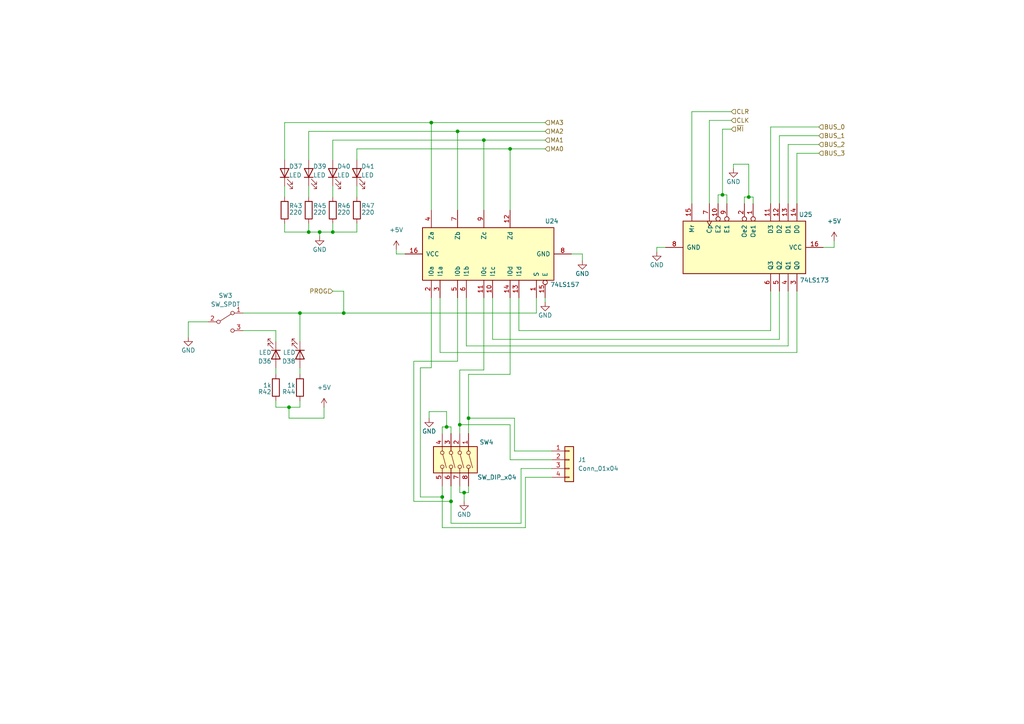
<source format=kicad_sch>
(kicad_sch (version 20230121) (generator eeschema)
  (paper "A4")
  (lib_symbols
    (symbol "74xx:74LS157" (pin_names (offset 1.016))
      (property "Reference" "U" (at -7.62 19.05 0))
      (property "Value" "74LS157" (at -7.62 -21.59 0))
      (symbol "74LS157_1_0"
        (pin input line (at -12.7 -15.24 0) (length 5.08) (name "S") (number "1"))
        (pin input line (at -12.7 -2.54 0) (length 5.08) (name "I1c") (number "10"))
        (pin input line (at -12.7 0 0) (length 5.08) (name "I0c") (number "11"))
        (pin output line (at 12.7 -7.62 180) (length 5.08) (name "Zd") (number "12"))
        (pin input line (at -12.7 -10.16 0) (length 5.08) (name "I1d") (number "13"))
        (pin input line (at -12.7 -7.62 0) (length 5.08) (name "I0d") (number "14"))
        (pin input inverted (at -12.7 -17.78 0) (length 5.08) (name "E") (number "15"))
        (pin power_in line (at 0 22.86 270) (length 5.08) (name "VCC") (number "16"))
        (pin input line (at -12.7 15.24 0) (length 5.08) (name "I0a") (number "2"))
        (pin input line (at -12.7 12.7 0) (length 5.08) (name "I1a") (number "3"))
        (pin output line (at 12.7 15.24 180) (length 5.08) (name "Za") (number "4"))
        (pin input line (at -12.7 7.62 0) (length 5.08) (name "I0b") (number "5"))
        (pin input line (at -12.7 5.08 0) (length 5.08) (name "I1b") (number "6"))
        (pin output line (at 12.7 7.62 180) (length 5.08) (name "Zb") (number "7"))
        (pin power_in line (at 0 -25.4 90) (length 5.08) (name "GND") (number "8"))
        (pin output line (at 12.7 0 180) (length 5.08) (name "Zc") (number "9"))
      )
      (symbol "74LS157_1_1"
        (rectangle (start -7.62 17.78) (end 7.62 -20.32) (stroke (width 0.254)) (fill (type background)))
      )
    )
    (symbol "74xx:74LS173" (pin_names (offset 1.016))
      (property "Reference" "U" (at -7.62 19.05 0))
      (property "Value" "74LS173" (at -7.62 -19.05 0))
      (symbol "74LS173_1_0"
        (pin input inverted (at -12.7 2.54 0) (length 5.08) (name "Oe1") (number "1"))
        (pin input inverted (at -12.7 -7.62 0) (length 5.08) (name "E2") (number "10"))
        (pin input line (at -12.7 7.62 0) (length 5.08) (name "D3") (number "11"))
        (pin input line (at -12.7 10.16 0) (length 5.08) (name "D2") (number "12"))
        (pin input line (at -12.7 12.7 0) (length 5.08) (name "D1") (number "13"))
        (pin input line (at -12.7 15.24 0) (length 5.08) (name "D0") (number "14"))
        (pin input line (at -12.7 -15.24 0) (length 5.08) (name "Mr") (number "15"))
        (pin power_in line (at 0 22.86 270) (length 5.08) (name "VCC") (number "16"))
        (pin input inverted (at -12.7 0 0) (length 5.08) (name "Oe2") (number "2"))
        (pin tri_state line (at 12.7 15.24 180) (length 5.08) (name "Q0") (number "3"))
        (pin tri_state line (at 12.7 12.7 180) (length 5.08) (name "Q1") (number "4"))
        (pin tri_state line (at 12.7 10.16 180) (length 5.08) (name "Q2") (number "5"))
        (pin tri_state line (at 12.7 7.62 180) (length 5.08) (name "Q3") (number "6"))
        (pin input clock (at -12.7 -10.16 0) (length 5.08) (name "Cp") (number "7"))
        (pin power_in line (at 0 -22.86 90) (length 5.08) (name "GND") (number "8"))
        (pin input inverted (at -12.7 -5.08 0) (length 5.08) (name "E1") (number "9"))
      )
      (symbol "74LS173_1_1"
        (rectangle (start -7.62 17.78) (end 7.62 -17.78) (stroke (width 0.254)) (fill (type background)))
      )
    )
    (symbol "Connector_Generic:Conn_01x04" (pin_names (offset 1.016) hide)
      (property "Reference" "J" (at 0 5.08 0))
      (property "Value" "Conn_01x04" (at 0 -7.62 0))
      (symbol "Conn_01x04_1_1"
        (rectangle (start -1.27 -4.953) (end 0 -5.207) (stroke (width 0.1524)))
        (rectangle (start -1.27 -2.413) (end 0 -2.667) (stroke (width 0.1524)))
        (rectangle (start -1.27 0.127) (end 0 -0.127) (stroke (width 0.1524)))
        (rectangle (start -1.27 2.667) (end 0 2.413) (stroke (width 0.1524)))
        (rectangle (start -1.27 3.81) (end 1.27 -6.35) (stroke (width 0.254)) (fill (type background)))
        (pin passive line (at -5.08 2.54 0) (length 3.81) (name "Pin_1") (number "1"))
        (pin passive line (at -5.08 0 0) (length 3.81) (name "Pin_2") (number "2"))
        (pin passive line (at -5.08 -2.54 0) (length 3.81) (name "Pin_3") (number "3"))
        (pin passive line (at -5.08 -5.08 0) (length 3.81) (name "Pin_4") (number "4"))
      )
    )
    (symbol "Device:LED" (pin_numbers hide) (pin_names (offset 1.016) hide)
      (property "Reference" "D" (at 0 2.54 0))
      (property "Value" "LED" (at 0 -2.54 0))
      (symbol "LED_0_1"
        (polyline (pts (xy -1.27 -1.27) (xy -1.27 1.27)) (stroke (width 0.254)))
        (polyline (pts (xy -1.27 0) (xy 1.27 0)))
        (polyline (pts (xy 1.27 -1.27) (xy 1.27 1.27) (xy -1.27 0) (xy 1.27 -1.27)) (stroke (width 0.254)))
        (polyline (pts (xy -3.048 -0.762) (xy -4.572 -2.286) (xy -3.81 -2.286) (xy -4.572 -2.286) (xy -4.572 -1.524)))
        (polyline (pts (xy -1.778 -0.762) (xy -3.302 -2.286) (xy -2.54 -2.286) (xy -3.302 -2.286) (xy -3.302 -1.524)))
      )
      (symbol "LED_1_1"
        (pin passive line (at -3.81 0 0) (length 2.54) (name "K") (number "1"))
        (pin passive line (at 3.81 0 180) (length 2.54) (name "A") (number "2"))
      )
    )
    (symbol "Device:R" (pin_numbers hide) (pin_names (offset 0))
      (property "Reference" "R" (at 2.032 0 90))
      (property "Value" "R" (at 0 0 90))
      (symbol "R_0_1"
        (rectangle (start -1.016 -2.54) (end 1.016 2.54) (stroke (width 0.254)))
      )
      (symbol "R_1_1"
        (pin passive line (at 0 3.81 270) (length 1.27) (name "~") (number "1"))
        (pin passive line (at 0 -3.81 90) (length 1.27) (name "~") (number "2"))
      )
    )
    (symbol "Switch:SW_DIP_x04" (pin_names (offset 0) hide)
      (property "Reference" "SW" (at 0 8.89 0))
      (property "Value" "SW_DIP_x04" (at 0 -6.35 0))
      (symbol "SW_DIP_x04_0_0"
        (circle (center -2.032 -2.54) (radius 0.508))
        (circle (center -2.032 0) (radius 0.508))
        (circle (center -2.032 2.54) (radius 0.508))
        (circle (center -2.032 5.08) (radius 0.508))
        (polyline (pts (xy -1.524 -2.3876) (xy 2.3622 -1.3462)))
        (polyline (pts (xy -1.524 0.127) (xy 2.3622 1.1684)))
        (polyline (pts (xy -1.524 2.667) (xy 2.3622 3.7084)))
        (polyline (pts (xy -1.524 5.207) (xy 2.3622 6.2484)))
        (circle (center 2.032 -2.54) (radius 0.508))
        (circle (center 2.032 0) (radius 0.508))
        (circle (center 2.032 2.54) (radius 0.508))
        (circle (center 2.032 5.08) (radius 0.508))
      )
      (symbol "SW_DIP_x04_0_1"
        (rectangle (start -3.81 7.62) (end 3.81 -5.08) (stroke (width 0.254)) (fill (type background)))
      )
      (symbol "SW_DIP_x04_1_1"
        (pin passive line (at -7.62 5.08 0) (length 5.08) (name "~") (number "1"))
        (pin passive line (at -7.62 2.54 0) (length 5.08) (name "~") (number "2"))
        (pin passive line (at -7.62 0 0) (length 5.08) (name "~") (number "3"))
        (pin passive line (at -7.62 -2.54 0) (length 5.08) (name "~") (number "4"))
        (pin passive line (at 7.62 -2.54 180) (length 5.08) (name "~") (number "5"))
        (pin passive line (at 7.62 0 180) (length 5.08) (name "~") (number "6"))
        (pin passive line (at 7.62 2.54 180) (length 5.08) (name "~") (number "7"))
        (pin passive line (at 7.62 5.08 180) (length 5.08) (name "~") (number "8"))
      )
    )
    (symbol "Switch:SW_SPDT" (pin_names (offset 0) hide)
      (property "Reference" "SW" (at 0 4.318 0))
      (property "Value" "SW_SPDT" (at 0 -5.08 0))
      (symbol "SW_SPDT_0_0"
        (circle (center -2.032 0) (radius 0.508))
        (circle (center 2.032 -2.54) (radius 0.508))
      )
      (symbol "SW_SPDT_0_1"
        (polyline (pts (xy -1.524 0.254) (xy 1.651 2.286)))
        (circle (center 2.032 2.54) (radius 0.508))
      )
      (symbol "SW_SPDT_1_1"
        (pin passive line (at 5.08 2.54 180) (length 2.54) (name "A") (number "1"))
        (pin passive line (at -5.08 0 0) (length 2.54) (name "B") (number "2"))
        (pin passive line (at 5.08 -2.54 180) (length 2.54) (name "C") (number "3"))
      )
    )
    (symbol "power:+5V" (power) (pin_names (offset 0))
      (property "Value" "+5V" (at 0 3.556 0))
      (symbol "+5V_0_1"
        (polyline (pts (xy -0.762 1.27) (xy 0 2.54)))
        (polyline (pts (xy 0 0) (xy 0 2.54)))
        (polyline (pts (xy 0 2.54) (xy 0.762 1.27)))
      )
      (symbol "+5V_1_1"
        (pin power_in line (at 0 0 90) (length 0) hide (name "+5V") (number "1"))
      )
    )
    (symbol "power:GND" (power) (pin_names (offset 0))
      (property "Value" "GND" (at 0 -3.81 0))
      (symbol "GND_0_1"
        (polyline (pts (xy 0 0) (xy 0 -1.27) (xy 1.27 -1.27) (xy 0 -2.54) (xy -1.27 -1.27) (xy 0 -1.27)))
      )
      (symbol "GND_1_1"
        (pin power_in line (at 0 0 270) (length 0) hide (name "GND") (number "1"))
      )
    )
  )
  (junction (at 89.535 67.31))
  (junction (at 96.52 67.31))
  (junction (at 128.27 144.145))
  (junction (at 129.54 123.825))
  (junction (at 83.82 118.11))
  (junction (at 147.955 43.18))
  (junction (at 217.17 57.15))
  (junction (at 132.715 38.1))
  (junction (at 134.62 142.875))
  (junction (at 92.71 67.31))
  (junction (at 133.35 123.19))
  (junction (at 209.55 56.515))
  (junction (at 99.695 90.805))
  (junction (at 130.81 145.415))
  (junction (at 140.335 40.64))
  (junction (at 135.89 121.285))
  (junction (at 86.995 90.805))
  (junction (at 125.095 35.56))
  (wire (pts (xy 125.095 106.68) (xy 125.095 86.36)))
  (wire (pts (xy 93.98 121.285) (xy 83.82 121.285)))
  (wire (pts (xy 130.81 123.825) (xy 129.54 123.825)))
  (wire (pts (xy 82.55 64.77) (xy 82.55 67.31)))
  (wire (pts (xy 127.635 102.235) (xy 127.635 86.36)))
  (wire (pts (xy 226.06 39.37) (xy 237.49 39.37)))
  (wire (pts (xy 121.92 106.68) (xy 125.095 106.68)))
  (wire (pts (xy 130.81 151.765) (xy 130.81 145.415)))
  (wire (pts (xy 160.02 133.35) (xy 147.955 133.35)))
  (wire (pts (xy 135.89 142.875) (xy 135.89 140.97)))
  (wire (pts (xy 135.89 108.585) (xy 147.955 108.585)))
  (wire (pts (xy 231.14 84.455) (xy 231.14 102.235)))
  (wire (pts (xy 165.735 73.66) (xy 168.91 73.66)))
  (wire (pts (xy 92.71 68.58) (xy 92.71 67.31)))
  (wire (pts (xy 128.27 144.145) (xy 121.92 144.145)))
  (wire (pts (xy 86.995 90.805) (xy 86.995 99.06)))
  (wire (pts (xy 99.695 90.805) (xy 155.575 90.805)))
  (wire (pts (xy 130.81 145.415) (xy 120.015 145.415)))
  (wire (pts (xy 228.6 41.91) (xy 228.6 59.055)))
  (wire (pts (xy 215.9 57.15) (xy 215.9 59.055)))
  (wire (pts (xy 209.55 37.465) (xy 209.55 56.515)))
  (wire (pts (xy 134.62 142.875) (xy 134.62 145.415)))
  (wire (pts (xy 128.27 123.825) (xy 128.27 125.73)))
  (wire (pts (xy 208.28 59.055) (xy 208.28 56.515)))
  (wire (pts (xy 152.4 138.43) (xy 152.4 153.035)))
  (wire (pts (xy 89.535 64.77) (xy 89.535 67.31)))
  (wire (pts (xy 82.55 46.355) (xy 82.55 35.56)))
  (wire (pts (xy 168.91 73.66) (xy 168.91 75.565)))
  (wire (pts (xy 237.49 36.83) (xy 223.52 36.83)))
  (wire (pts (xy 226.06 98.425) (xy 142.875 98.425)))
  (wire (pts (xy 89.535 67.31) (xy 92.71 67.31)))
  (wire (pts (xy 212.09 37.465) (xy 209.55 37.465)))
  (wire (pts (xy 128.27 153.035) (xy 128.27 144.145)))
  (wire (pts (xy 86.995 118.11) (xy 86.995 116.205)))
  (wire (pts (xy 86.995 108.585) (xy 86.995 106.68)))
  (wire (pts (xy 96.52 40.64) (xy 140.335 40.64)))
  (wire (pts (xy 96.52 53.975) (xy 96.52 57.15)))
  (wire (pts (xy 103.505 67.31) (xy 103.505 64.77)))
  (wire (pts (xy 147.955 43.18) (xy 147.955 60.96)))
  (wire (pts (xy 83.82 121.285) (xy 83.82 118.11)))
  (wire (pts (xy 133.35 123.19) (xy 133.35 125.73)))
  (wire (pts (xy 135.255 100.33) (xy 228.6 100.33)))
  (wire (pts (xy 231.14 102.235) (xy 127.635 102.235)))
  (wire (pts (xy 120.015 104.775) (xy 132.715 104.775)))
  (wire (pts (xy 217.17 47.625) (xy 217.17 57.15)))
  (wire (pts (xy 83.82 118.11) (xy 86.995 118.11)))
  (wire (pts (xy 130.81 140.97) (xy 130.81 145.415)))
  (wire (pts (xy 124.46 121.285) (xy 124.46 119.38)))
  (wire (pts (xy 238.76 71.755) (xy 241.935 71.755)))
  (wire (pts (xy 129.54 123.825) (xy 128.27 123.825)))
  (wire (pts (xy 217.17 57.15) (xy 215.9 57.15)))
  (wire (pts (xy 130.81 125.73) (xy 130.81 123.825)))
  (wire (pts (xy 103.505 53.975) (xy 103.505 57.15)))
  (wire (pts (xy 208.28 56.515) (xy 209.55 56.515)))
  (wire (pts (xy 205.74 34.925) (xy 205.74 59.055)))
  (wire (pts (xy 134.62 142.875) (xy 135.89 142.875)))
  (wire (pts (xy 129.54 119.38) (xy 129.54 123.825)))
  (wire (pts (xy 155.575 86.36) (xy 155.575 90.805)))
  (wire (pts (xy 147.955 123.19) (xy 133.35 123.19)))
  (wire (pts (xy 190.5 71.755) (xy 193.04 71.755)))
  (wire (pts (xy 99.695 84.455) (xy 99.695 90.805)))
  (wire (pts (xy 135.89 125.73) (xy 135.89 121.285)))
  (wire (pts (xy 96.52 46.355) (xy 96.52 40.64)))
  (wire (pts (xy 142.875 98.425) (xy 142.875 86.36)))
  (wire (pts (xy 140.335 86.36) (xy 140.335 107.315)))
  (wire (pts (xy 218.44 59.055) (xy 218.44 57.15)))
  (wire (pts (xy 133.35 140.97) (xy 133.35 142.875)))
  (wire (pts (xy 228.6 100.33) (xy 228.6 84.455)))
  (wire (pts (xy 237.49 41.91) (xy 228.6 41.91)))
  (wire (pts (xy 54.61 93.345) (xy 54.61 97.79)))
  (wire (pts (xy 226.06 59.055) (xy 226.06 39.37)))
  (wire (pts (xy 212.09 34.925) (xy 205.74 34.925)))
  (wire (pts (xy 231.14 59.055) (xy 231.14 44.45)))
  (wire (pts (xy 89.535 53.975) (xy 89.535 57.15)))
  (wire (pts (xy 89.535 38.1) (xy 132.715 38.1)))
  (wire (pts (xy 200.66 32.385) (xy 212.09 32.385)))
  (wire (pts (xy 212.725 47.625) (xy 217.17 47.625)))
  (wire (pts (xy 124.46 119.38) (xy 129.54 119.38)))
  (wire (pts (xy 133.35 142.875) (xy 134.62 142.875)))
  (wire (pts (xy 103.505 43.18) (xy 147.955 43.18)))
  (wire (pts (xy 140.335 40.64) (xy 158.115 40.64)))
  (wire (pts (xy 147.955 133.35) (xy 147.955 123.19)))
  (wire (pts (xy 128.27 140.97) (xy 128.27 144.145)))
  (wire (pts (xy 223.52 36.83) (xy 223.52 59.055)))
  (wire (pts (xy 96.52 84.455) (xy 99.695 84.455)))
  (wire (pts (xy 150.495 95.885) (xy 223.52 95.885)))
  (wire (pts (xy 190.5 73.025) (xy 190.5 71.755)))
  (wire (pts (xy 80.01 108.585) (xy 80.01 106.68)))
  (wire (pts (xy 82.55 53.975) (xy 82.55 57.15)))
  (wire (pts (xy 125.095 60.96) (xy 125.095 35.56)))
  (wire (pts (xy 117.475 73.66) (xy 114.935 73.66)))
  (wire (pts (xy 160.02 138.43) (xy 152.4 138.43)))
  (wire (pts (xy 135.89 121.285) (xy 135.89 108.585)))
  (wire (pts (xy 147.955 86.36) (xy 147.955 108.585)))
  (wire (pts (xy 121.92 144.145) (xy 121.92 106.68)))
  (wire (pts (xy 89.535 46.355) (xy 89.535 38.1)))
  (wire (pts (xy 140.335 60.96) (xy 140.335 40.64)))
  (wire (pts (xy 133.35 107.315) (xy 133.35 123.19)))
  (wire (pts (xy 160.02 135.89) (xy 151.13 135.89)))
  (wire (pts (xy 218.44 57.15) (xy 217.17 57.15)))
  (wire (pts (xy 80.01 118.11) (xy 83.82 118.11)))
  (wire (pts (xy 212.725 48.895) (xy 212.725 47.625)))
  (wire (pts (xy 125.095 35.56) (xy 158.115 35.56)))
  (wire (pts (xy 158.115 43.18) (xy 147.955 43.18)))
  (wire (pts (xy 140.335 107.315) (xy 133.35 107.315)))
  (wire (pts (xy 160.02 130.81) (xy 149.225 130.81)))
  (wire (pts (xy 82.55 35.56) (xy 125.095 35.56)))
  (wire (pts (xy 158.115 87.63) (xy 158.115 86.36)))
  (wire (pts (xy 149.225 130.81) (xy 149.225 121.285)))
  (wire (pts (xy 150.495 86.36) (xy 150.495 95.885)))
  (wire (pts (xy 210.82 56.515) (xy 210.82 59.055)))
  (wire (pts (xy 96.52 67.31) (xy 103.505 67.31)))
  (wire (pts (xy 152.4 153.035) (xy 128.27 153.035)))
  (wire (pts (xy 151.13 135.89) (xy 151.13 151.765)))
  (wire (pts (xy 103.505 46.355) (xy 103.505 43.18)))
  (wire (pts (xy 200.66 59.055) (xy 200.66 32.385)))
  (wire (pts (xy 209.55 56.515) (xy 210.82 56.515)))
  (wire (pts (xy 86.995 90.805) (xy 99.695 90.805)))
  (wire (pts (xy 231.14 44.45) (xy 237.49 44.45)))
  (wire (pts (xy 151.13 151.765) (xy 130.81 151.765)))
  (wire (pts (xy 80.01 95.885) (xy 80.01 99.06)))
  (wire (pts (xy 70.485 95.885) (xy 80.01 95.885)))
  (wire (pts (xy 241.935 71.755) (xy 241.935 69.85)))
  (wire (pts (xy 80.01 116.205) (xy 80.01 118.11)))
  (wire (pts (xy 60.325 93.345) (xy 54.61 93.345)))
  (wire (pts (xy 158.115 38.1) (xy 132.715 38.1)))
  (wire (pts (xy 93.98 118.11) (xy 93.98 121.285)))
  (wire (pts (xy 114.935 73.66) (xy 114.935 72.39)))
  (wire (pts (xy 70.485 90.805) (xy 86.995 90.805)))
  (wire (pts (xy 149.225 121.285) (xy 135.89 121.285)))
  (wire (pts (xy 82.55 67.31) (xy 89.535 67.31)))
  (wire (pts (xy 120.015 145.415) (xy 120.015 104.775)))
  (wire (pts (xy 226.06 84.455) (xy 226.06 98.425)))
  (wire (pts (xy 223.52 95.885) (xy 223.52 84.455)))
  (wire (pts (xy 96.52 64.77) (xy 96.52 67.31)))
  (wire (pts (xy 135.255 86.36) (xy 135.255 100.33)))
  (wire (pts (xy 132.715 38.1) (xy 132.715 60.96)))
  (wire (pts (xy 132.715 104.775) (xy 132.715 86.36)))
  (wire (pts (xy 92.71 67.31) (xy 96.52 67.31)))
  (hierarchical_label "MA3" (shape input) (at 158.115 35.56 0))
  (hierarchical_label "PROG" (shape input) (at 96.52 84.455 180))
  (hierarchical_label "MA0" (shape input) (at 158.115 43.18 0))
  (hierarchical_label "~{MI}" (shape input) (at 212.09 37.465 0))
  (hierarchical_label "MA1" (shape input) (at 158.115 40.64 0))
  (hierarchical_label "CLK" (shape input) (at 212.09 34.925 0))
  (hierarchical_label "BUS_0" (shape input) (at 237.49 36.83 0))
  (hierarchical_label "BUS_2" (shape input) (at 237.49 41.91 0))
  (hierarchical_label "MA2" (shape input) (at 158.115 38.1 0))
  (hierarchical_label "BUS_3" (shape input) (at 237.49 44.45 0))
  (hierarchical_label "BUS_1" (shape input) (at 237.49 39.37 0))
  (hierarchical_label "CLR" (shape input) (at 212.09 32.385 0))
  (symbol (lib_id "74xx:74LS157") (at 140.335 73.66 90) (unit 1)
    (property "Reference" "U24" (at 160.02 64.135 90))
    (property "Value" "74LS157" (at 163.83 82.55 90))
    (property "Datasheet" "http://www.ti.com/lit/gpn/sn74LS157" (effects hide))
  )
  (symbol (lib_id "Device:LED") (at 82.55 50.165 90) (unit 1)
    (property "Reference" "D37" (at 83.82 48.26 90) (effects (justify right)))
    (property "Value" "LED" (at 83.82 50.8 90) (effects (justify right)))
  )
  (symbol (lib_id "Switch:SW_SPDT") (at 65.405 93.345 0) (unit 1)
    (property "Reference" "SW3" (at 65.405 85.725 0))
    (property "Value" "SW_SPDT" (at 65.405 88.265 0))
  )
  (symbol (lib_id "power:GND") (at 54.61 97.79 0) (unit 1)
    (property "Reference" "#PWR0167" (effects hide))
    (property "Value" "GND" (at 54.61 101.6 0))
  )
  (symbol (lib_id "Device:LED") (at 86.995 102.87 270) (unit 1)
    (property "Reference" "D38" (at 85.725 104.775 90) (effects (justify right)))
    (property "Value" "LED" (at 85.725 102.235 90) (effects (justify right)))
  )
  (symbol (lib_id "power:GND") (at 92.71 68.58 0) (unit 1)
    (property "Reference" "#PWR0162" (effects hide))
    (property "Value" "GND" (at 92.71 72.39 0))
  )
  (symbol (lib_id "Device:LED") (at 103.505 50.165 90) (unit 1)
    (property "Reference" "D41" (at 104.775 48.26 90) (effects (justify right)))
    (property "Value" "LED" (at 104.775 50.8 90) (effects (justify right)))
  )
  (symbol (lib_id "Device:R") (at 96.52 60.96 0) (unit 1)
    (property "Reference" "R46" (at 97.79 59.69 0) (effects (justify left)))
    (property "Value" "220" (at 97.79 61.595 0) (effects (justify left)))
  )
  (symbol (lib_id "Connector_Generic:Conn_01x04") (at 165.1 133.35 0) (unit 1)
    (property "Reference" "J1" (at 167.64 133.3499 0) (effects (justify left)))
    (property "Value" "Conn_01x04" (at 167.64 135.8899 0) (effects (justify left)))
  )
  (symbol (lib_id "power:GND") (at 158.115 87.63 0) (unit 1)
    (property "Reference" "#PWR0159" (effects hide))
    (property "Value" "GND" (at 158.115 91.44 0))
  )
  (symbol (lib_id "Device:R") (at 80.01 112.395 180) (unit 1)
    (property "Reference" "R42" (at 78.74 113.665 0) (effects (justify left)))
    (property "Value" "1k" (at 78.74 111.76 0) (effects (justify left)))
  )
  (symbol (lib_id "power:+5V") (at 241.935 69.85 0) (unit 1)
    (property "Reference" "#PWR0165" (effects hide))
    (property "Value" "+5V" (at 241.935 64.135 0))
  )
  (symbol (lib_id "power:GND") (at 190.5 73.025 0) (unit 1)
    (property "Reference" "#PWR0160" (effects hide))
    (property "Value" "GND" (at 190.5 76.835 0))
  )
  (symbol (lib_id "power:GND") (at 124.46 121.285 0) (unit 1)
    (property "Reference" "#PWR0158" (effects hide))
    (property "Value" "GND" (at 124.46 125.095 0))
  )
  (symbol (lib_id "Device:LED") (at 80.01 102.87 270) (unit 1)
    (property "Reference" "D36" (at 78.74 104.775 90) (effects (justify right)))
    (property "Value" "LED" (at 78.74 102.235 90) (effects (justify right)))
  )
  (symbol (lib_id "power:GND") (at 168.91 75.565 0) (unit 1)
    (property "Reference" "#PWR0161" (effects hide))
    (property "Value" "GND" (at 168.91 79.375 0))
  )
  (symbol (lib_id "Device:R") (at 86.995 112.395 180) (unit 1)
    (property "Reference" "R44" (at 85.725 113.665 0) (effects (justify left)))
    (property "Value" "1k" (at 85.725 111.76 0) (effects (justify left)))
  )
  (symbol (lib_id "power:+5V") (at 114.935 72.39 0) (unit 1)
    (property "Reference" "#PWR0163" (effects hide))
    (property "Value" "+5V" (at 114.935 66.675 0))
  )
  (symbol (lib_id "Device:R") (at 82.55 60.96 0) (unit 1)
    (property "Reference" "R43" (at 83.82 59.69 0) (effects (justify left)))
    (property "Value" "220" (at 83.82 61.595 0) (effects (justify left)))
  )
  (symbol (lib_id "power:+5V") (at 93.98 118.11 0) (unit 1)
    (property "Reference" "#PWR0166" (effects hide))
    (property "Value" "+5V" (at 93.98 112.395 0))
  )
  (symbol (lib_id "Switch:SW_DIP_x04") (at 130.81 133.35 270) (unit 1)
    (property "Reference" "SW4" (at 139.065 128.27 90) (effects (justify left)))
    (property "Value" "SW_DIP_x04" (at 138.43 138.43 90) (effects (justify left)))
  )
  (symbol (lib_id "power:GND") (at 134.62 145.415 0) (unit 1)
    (property "Reference" "#PWR0157" (effects hide))
    (property "Value" "GND" (at 134.62 149.225 0))
  )
  (symbol (lib_id "Device:R") (at 103.505 60.96 0) (unit 1)
    (property "Reference" "R47" (at 104.775 59.69 0) (effects (justify left)))
    (property "Value" "220" (at 104.775 61.595 0) (effects (justify left)))
  )
  (symbol (lib_id "Device:LED") (at 96.52 50.165 90) (unit 1)
    (property "Reference" "D40" (at 97.79 48.26 90) (effects (justify right)))
    (property "Value" "LED" (at 97.79 50.8 90) (effects (justify right)))
  )
  (symbol (lib_id "power:GND") (at 212.725 48.895 0) (unit 1)
    (property "Reference" "#PWR0164" (effects hide))
    (property "Value" "GND" (at 212.725 52.705 0))
  )
  (symbol (lib_id "Device:R") (at 89.535 60.96 0) (unit 1)
    (property "Reference" "R45" (at 90.805 59.69 0) (effects (justify left)))
    (property "Value" "220" (at 90.805 61.595 0) (effects (justify left)))
  )
  (symbol (lib_id "74xx:74LS173") (at 215.9 71.755 270) (unit 1)
    (property "Reference" "U25" (at 233.68 62.23 90))
    (property "Value" "74LS173" (at 236.22 81.28 90))
    (property "Datasheet" "http://www.ti.com/lit/gpn/sn74LS173" (effects hide))
  )
  (symbol (lib_id "Device:LED") (at 89.535 50.165 90) (unit 1)
    (property "Reference" "D39" (at 90.805 48.26 90) (effects (justify right)))
    (property "Value" "LED" (at 90.805 50.8 90) (effects (justify right)))
  )
)
</source>
